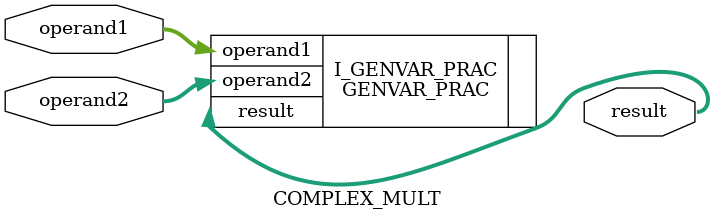
<source format=v>
`include "GENVAR_PRAC.v"
module COMPLEX_MULT(
    operand1,
    operand2,
    result
);
parameter DEMO_WIDTH = 64;
localparam IP_WIDTH = 64, IP_LEVEL = 3;


input  [DEMO_WIDTH-1:0]   operand1,operand2;
output [DEMO_WIDTH*2+1:0]   result;

GENVAR_PRAC #(.WIDTH(IP_WIDTH),.N_LEVEL(IP_LEVEL)) I_GENVAR_PRAC (.operand1(operand1[IP_WIDTH-1:0]),.operand2(operand2[IP_WIDTH-1:0]),.result(result[2*IP_WIDTH+1:0]));


endmodule


</source>
